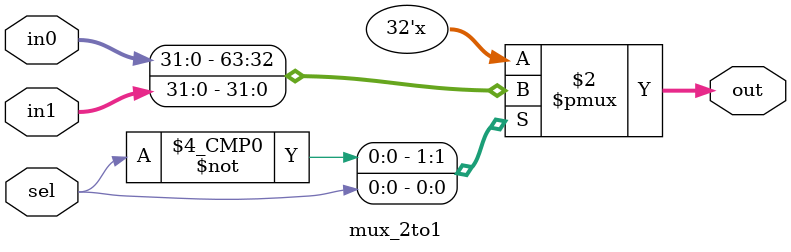
<source format=v>
module mux_2to1(
    input             sel,
    input [31:0]      in0,
    input [31:0]      in1,
    output reg [31:0] out
);

    always @(*) begin
        case (sel)
            0: out = in0;
            1: out = in1;
            default: out = 32'h0;
        endcase
    end
    
endmodule
</source>
